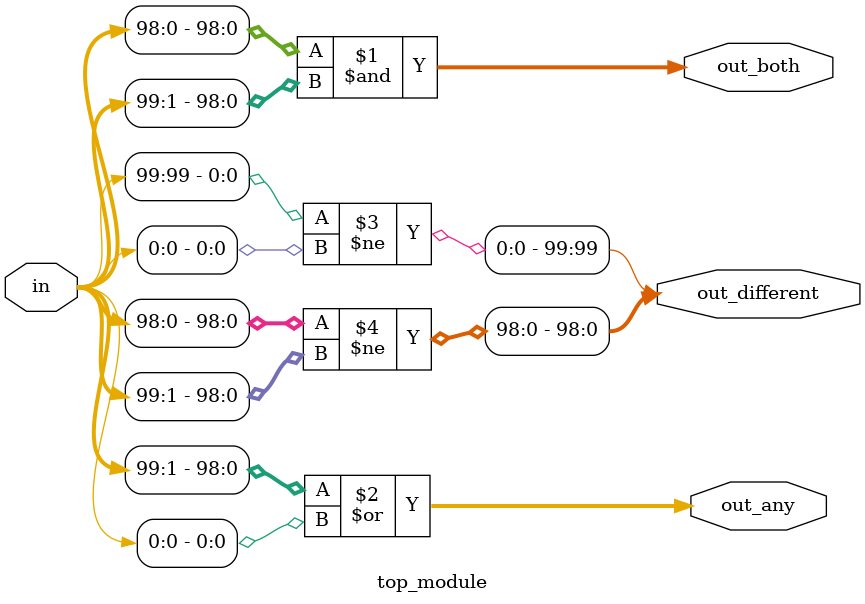
<source format=sv>
module top_module (
    input [99:0] in,
    output [98:0] out_both,
    output [99:1] out_any,
    output [99:0] out_different
);

    // Logic for out_both
    assign out_both[98:0] = in[98:0] & in[99:1];

    // Logic for out_any
    assign out_any[99:1] = in[99:1] | in[0];

    // Logic for out_different
    assign out_different[99] = (in[99] != in[0]);
    assign out_different[98:0] = (in[98:0] != in[99:1]);

endmodule

</source>
